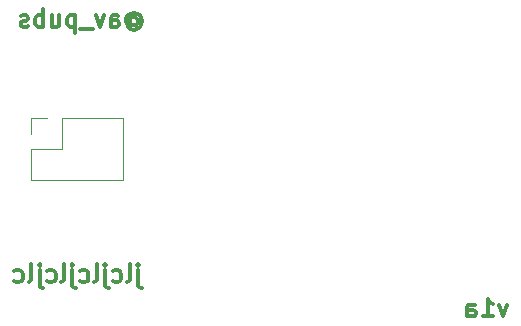
<source format=gbo>
G04 #@! TF.GenerationSoftware,KiCad,Pcbnew,(6.99.0-2103-gdc6c27b686)*
G04 #@! TF.CreationDate,2022-07-02T10:55:45+09:00*
G04 #@! TF.ProjectId,B2,42322e6b-6963-4616-945f-706362585858,rev?*
G04 #@! TF.SameCoordinates,Original*
G04 #@! TF.FileFunction,Legend,Bot*
G04 #@! TF.FilePolarity,Positive*
%FSLAX46Y46*%
G04 Gerber Fmt 4.6, Leading zero omitted, Abs format (unit mm)*
G04 Created by KiCad (PCBNEW (6.99.0-2103-gdc6c27b686)) date 2022-07-02 10:55:45*
%MOMM*%
%LPD*%
G01*
G04 APERTURE LIST*
%ADD10C,0.300000*%
%ADD11C,0.120000*%
%ADD12R,1.700000X1.700000*%
%ADD13O,1.700000X1.700000*%
G04 APERTURE END LIST*
D10*
X181249999Y-94451071D02*
X180892856Y-95451071D01*
X180892856Y-95451071D02*
X180535713Y-94451071D01*
X179178570Y-95451071D02*
X180035713Y-95451071D01*
X179607142Y-95451071D02*
X179607142Y-93951071D01*
X179607142Y-93951071D02*
X179749999Y-94165357D01*
X179749999Y-94165357D02*
X179892856Y-94308214D01*
X179892856Y-94308214D02*
X180035713Y-94379642D01*
X177892857Y-95451071D02*
X177892857Y-94665357D01*
X177892857Y-94665357D02*
X177964285Y-94522500D01*
X177964285Y-94522500D02*
X178107142Y-94451071D01*
X178107142Y-94451071D02*
X178392857Y-94451071D01*
X178392857Y-94451071D02*
X178535714Y-94522500D01*
X177892857Y-95379642D02*
X178035714Y-95451071D01*
X178035714Y-95451071D02*
X178392857Y-95451071D01*
X178392857Y-95451071D02*
X178535714Y-95379642D01*
X178535714Y-95379642D02*
X178607142Y-95236785D01*
X178607142Y-95236785D02*
X178607142Y-95093928D01*
X178607142Y-95093928D02*
X178535714Y-94951071D01*
X178535714Y-94951071D02*
X178392857Y-94879642D01*
X178392857Y-94879642D02*
X178035714Y-94879642D01*
X178035714Y-94879642D02*
X177892857Y-94808214D01*
X149342856Y-70236785D02*
X149414285Y-70165357D01*
X149414285Y-70165357D02*
X149557142Y-70093928D01*
X149557142Y-70093928D02*
X149699999Y-70093928D01*
X149699999Y-70093928D02*
X149842856Y-70165357D01*
X149842856Y-70165357D02*
X149914285Y-70236785D01*
X149914285Y-70236785D02*
X149985713Y-70379642D01*
X149985713Y-70379642D02*
X149985713Y-70522500D01*
X149985713Y-70522500D02*
X149914285Y-70665357D01*
X149914285Y-70665357D02*
X149842856Y-70736785D01*
X149842856Y-70736785D02*
X149699999Y-70808214D01*
X149699999Y-70808214D02*
X149557142Y-70808214D01*
X149557142Y-70808214D02*
X149414285Y-70736785D01*
X149414285Y-70736785D02*
X149342856Y-70665357D01*
X149342856Y-70093928D02*
X149342856Y-70665357D01*
X149342856Y-70665357D02*
X149271428Y-70736785D01*
X149271428Y-70736785D02*
X149199999Y-70736785D01*
X149199999Y-70736785D02*
X149057142Y-70665357D01*
X149057142Y-70665357D02*
X148985713Y-70522500D01*
X148985713Y-70522500D02*
X148985713Y-70165357D01*
X148985713Y-70165357D02*
X149128571Y-69951071D01*
X149128571Y-69951071D02*
X149342856Y-69808214D01*
X149342856Y-69808214D02*
X149628571Y-69736785D01*
X149628571Y-69736785D02*
X149914285Y-69808214D01*
X149914285Y-69808214D02*
X150128571Y-69951071D01*
X150128571Y-69951071D02*
X150271428Y-70165357D01*
X150271428Y-70165357D02*
X150342856Y-70451071D01*
X150342856Y-70451071D02*
X150271428Y-70736785D01*
X150271428Y-70736785D02*
X150128571Y-70951071D01*
X150128571Y-70951071D02*
X149914285Y-71093928D01*
X149914285Y-71093928D02*
X149628571Y-71165357D01*
X149628571Y-71165357D02*
X149342856Y-71093928D01*
X149342856Y-71093928D02*
X149128571Y-70951071D01*
X147700000Y-70951071D02*
X147700000Y-70165357D01*
X147700000Y-70165357D02*
X147771428Y-70022500D01*
X147771428Y-70022500D02*
X147914285Y-69951071D01*
X147914285Y-69951071D02*
X148200000Y-69951071D01*
X148200000Y-69951071D02*
X148342857Y-70022500D01*
X147700000Y-70879642D02*
X147842857Y-70951071D01*
X147842857Y-70951071D02*
X148200000Y-70951071D01*
X148200000Y-70951071D02*
X148342857Y-70879642D01*
X148342857Y-70879642D02*
X148414285Y-70736785D01*
X148414285Y-70736785D02*
X148414285Y-70593928D01*
X148414285Y-70593928D02*
X148342857Y-70451071D01*
X148342857Y-70451071D02*
X148200000Y-70379642D01*
X148200000Y-70379642D02*
X147842857Y-70379642D01*
X147842857Y-70379642D02*
X147700000Y-70308214D01*
X147128571Y-69951071D02*
X146771428Y-70951071D01*
X146771428Y-70951071D02*
X146414285Y-69951071D01*
X146200000Y-71093928D02*
X145057142Y-71093928D01*
X144700000Y-69951071D02*
X144700000Y-71451071D01*
X144700000Y-70022500D02*
X144557143Y-69951071D01*
X144557143Y-69951071D02*
X144271428Y-69951071D01*
X144271428Y-69951071D02*
X144128571Y-70022500D01*
X144128571Y-70022500D02*
X144057143Y-70093928D01*
X144057143Y-70093928D02*
X143985714Y-70236785D01*
X143985714Y-70236785D02*
X143985714Y-70665357D01*
X143985714Y-70665357D02*
X144057143Y-70808214D01*
X144057143Y-70808214D02*
X144128571Y-70879642D01*
X144128571Y-70879642D02*
X144271428Y-70951071D01*
X144271428Y-70951071D02*
X144557143Y-70951071D01*
X144557143Y-70951071D02*
X144700000Y-70879642D01*
X142700000Y-69951071D02*
X142700000Y-70951071D01*
X143342857Y-69951071D02*
X143342857Y-70736785D01*
X143342857Y-70736785D02*
X143271428Y-70879642D01*
X143271428Y-70879642D02*
X143128571Y-70951071D01*
X143128571Y-70951071D02*
X142914285Y-70951071D01*
X142914285Y-70951071D02*
X142771428Y-70879642D01*
X142771428Y-70879642D02*
X142700000Y-70808214D01*
X141985714Y-70951071D02*
X141985714Y-69451071D01*
X141985714Y-70022500D02*
X141842857Y-69951071D01*
X141842857Y-69951071D02*
X141557142Y-69951071D01*
X141557142Y-69951071D02*
X141414285Y-70022500D01*
X141414285Y-70022500D02*
X141342857Y-70093928D01*
X141342857Y-70093928D02*
X141271428Y-70236785D01*
X141271428Y-70236785D02*
X141271428Y-70665357D01*
X141271428Y-70665357D02*
X141342857Y-70808214D01*
X141342857Y-70808214D02*
X141414285Y-70879642D01*
X141414285Y-70879642D02*
X141557142Y-70951071D01*
X141557142Y-70951071D02*
X141842857Y-70951071D01*
X141842857Y-70951071D02*
X141985714Y-70879642D01*
X140699999Y-70879642D02*
X140557142Y-70951071D01*
X140557142Y-70951071D02*
X140271428Y-70951071D01*
X140271428Y-70951071D02*
X140128571Y-70879642D01*
X140128571Y-70879642D02*
X140057142Y-70736785D01*
X140057142Y-70736785D02*
X140057142Y-70665357D01*
X140057142Y-70665357D02*
X140128571Y-70522500D01*
X140128571Y-70522500D02*
X140271428Y-70451071D01*
X140271428Y-70451071D02*
X140485714Y-70451071D01*
X140485714Y-70451071D02*
X140628571Y-70379642D01*
X140628571Y-70379642D02*
X140699999Y-70236785D01*
X140699999Y-70236785D02*
X140699999Y-70165357D01*
X140699999Y-70165357D02*
X140628571Y-70022500D01*
X140628571Y-70022500D02*
X140485714Y-69951071D01*
X140485714Y-69951071D02*
X140271428Y-69951071D01*
X140271428Y-69951071D02*
X140128571Y-70022500D01*
X150014285Y-91551071D02*
X150014285Y-92836785D01*
X150014285Y-92836785D02*
X150085713Y-92979642D01*
X150085713Y-92979642D02*
X150228570Y-93051071D01*
X150228570Y-93051071D02*
X150299999Y-93051071D01*
X150014285Y-91051071D02*
X150085713Y-91122500D01*
X150085713Y-91122500D02*
X150014285Y-91193928D01*
X150014285Y-91193928D02*
X149942856Y-91122500D01*
X149942856Y-91122500D02*
X150014285Y-91051071D01*
X150014285Y-91051071D02*
X150014285Y-91193928D01*
X149085713Y-92551071D02*
X149228570Y-92479642D01*
X149228570Y-92479642D02*
X149299999Y-92336785D01*
X149299999Y-92336785D02*
X149299999Y-91051071D01*
X147871428Y-92479642D02*
X148014285Y-92551071D01*
X148014285Y-92551071D02*
X148299999Y-92551071D01*
X148299999Y-92551071D02*
X148442856Y-92479642D01*
X148442856Y-92479642D02*
X148514285Y-92408214D01*
X148514285Y-92408214D02*
X148585713Y-92265357D01*
X148585713Y-92265357D02*
X148585713Y-91836785D01*
X148585713Y-91836785D02*
X148514285Y-91693928D01*
X148514285Y-91693928D02*
X148442856Y-91622500D01*
X148442856Y-91622500D02*
X148299999Y-91551071D01*
X148299999Y-91551071D02*
X148014285Y-91551071D01*
X148014285Y-91551071D02*
X147871428Y-91622500D01*
X147228571Y-91551071D02*
X147228571Y-92836785D01*
X147228571Y-92836785D02*
X147299999Y-92979642D01*
X147299999Y-92979642D02*
X147442856Y-93051071D01*
X147442856Y-93051071D02*
X147514285Y-93051071D01*
X147228571Y-91051071D02*
X147299999Y-91122500D01*
X147299999Y-91122500D02*
X147228571Y-91193928D01*
X147228571Y-91193928D02*
X147157142Y-91122500D01*
X147157142Y-91122500D02*
X147228571Y-91051071D01*
X147228571Y-91051071D02*
X147228571Y-91193928D01*
X146299999Y-92551071D02*
X146442856Y-92479642D01*
X146442856Y-92479642D02*
X146514285Y-92336785D01*
X146514285Y-92336785D02*
X146514285Y-91051071D01*
X145085714Y-92479642D02*
X145228571Y-92551071D01*
X145228571Y-92551071D02*
X145514285Y-92551071D01*
X145514285Y-92551071D02*
X145657142Y-92479642D01*
X145657142Y-92479642D02*
X145728571Y-92408214D01*
X145728571Y-92408214D02*
X145799999Y-92265357D01*
X145799999Y-92265357D02*
X145799999Y-91836785D01*
X145799999Y-91836785D02*
X145728571Y-91693928D01*
X145728571Y-91693928D02*
X145657142Y-91622500D01*
X145657142Y-91622500D02*
X145514285Y-91551071D01*
X145514285Y-91551071D02*
X145228571Y-91551071D01*
X145228571Y-91551071D02*
X145085714Y-91622500D01*
X144442857Y-91551071D02*
X144442857Y-92836785D01*
X144442857Y-92836785D02*
X144514285Y-92979642D01*
X144514285Y-92979642D02*
X144657142Y-93051071D01*
X144657142Y-93051071D02*
X144728571Y-93051071D01*
X144442857Y-91051071D02*
X144514285Y-91122500D01*
X144514285Y-91122500D02*
X144442857Y-91193928D01*
X144442857Y-91193928D02*
X144371428Y-91122500D01*
X144371428Y-91122500D02*
X144442857Y-91051071D01*
X144442857Y-91051071D02*
X144442857Y-91193928D01*
X143514285Y-92551071D02*
X143657142Y-92479642D01*
X143657142Y-92479642D02*
X143728571Y-92336785D01*
X143728571Y-92336785D02*
X143728571Y-91051071D01*
X142300000Y-92479642D02*
X142442857Y-92551071D01*
X142442857Y-92551071D02*
X142728571Y-92551071D01*
X142728571Y-92551071D02*
X142871428Y-92479642D01*
X142871428Y-92479642D02*
X142942857Y-92408214D01*
X142942857Y-92408214D02*
X143014285Y-92265357D01*
X143014285Y-92265357D02*
X143014285Y-91836785D01*
X143014285Y-91836785D02*
X142942857Y-91693928D01*
X142942857Y-91693928D02*
X142871428Y-91622500D01*
X142871428Y-91622500D02*
X142728571Y-91551071D01*
X142728571Y-91551071D02*
X142442857Y-91551071D01*
X142442857Y-91551071D02*
X142300000Y-91622500D01*
X141657143Y-91551071D02*
X141657143Y-92836785D01*
X141657143Y-92836785D02*
X141728571Y-92979642D01*
X141728571Y-92979642D02*
X141871428Y-93051071D01*
X141871428Y-93051071D02*
X141942857Y-93051071D01*
X141657143Y-91051071D02*
X141728571Y-91122500D01*
X141728571Y-91122500D02*
X141657143Y-91193928D01*
X141657143Y-91193928D02*
X141585714Y-91122500D01*
X141585714Y-91122500D02*
X141657143Y-91051071D01*
X141657143Y-91051071D02*
X141657143Y-91193928D01*
X140728571Y-92551071D02*
X140871428Y-92479642D01*
X140871428Y-92479642D02*
X140942857Y-92336785D01*
X140942857Y-92336785D02*
X140942857Y-91051071D01*
X139514286Y-92479642D02*
X139657143Y-92551071D01*
X139657143Y-92551071D02*
X139942857Y-92551071D01*
X139942857Y-92551071D02*
X140085714Y-92479642D01*
X140085714Y-92479642D02*
X140157143Y-92408214D01*
X140157143Y-92408214D02*
X140228571Y-92265357D01*
X140228571Y-92265357D02*
X140228571Y-91836785D01*
X140228571Y-91836785D02*
X140157143Y-91693928D01*
X140157143Y-91693928D02*
X140085714Y-91622500D01*
X140085714Y-91622500D02*
X139942857Y-91551071D01*
X139942857Y-91551071D02*
X139657143Y-91551071D01*
X139657143Y-91551071D02*
X139514286Y-91622500D01*
D11*
X148685000Y-78670000D02*
X148685000Y-83870000D01*
X143545000Y-78670000D02*
X148685000Y-78670000D01*
X143545000Y-78670000D02*
X143545000Y-81270000D01*
X142275000Y-78670000D02*
X140945000Y-78670000D01*
X140945000Y-78670000D02*
X140945000Y-80000000D01*
X143545000Y-81270000D02*
X140945000Y-81270000D01*
X140945000Y-81270000D02*
X140945000Y-83870000D01*
X140945000Y-83870000D02*
X148685000Y-83870000D01*
%LPC*%
D12*
X142274999Y-79999999D03*
D13*
X142274999Y-82539999D03*
X144814999Y-79999999D03*
X144814999Y-82539999D03*
X147354999Y-79999999D03*
X147354999Y-82539999D03*
M02*

</source>
